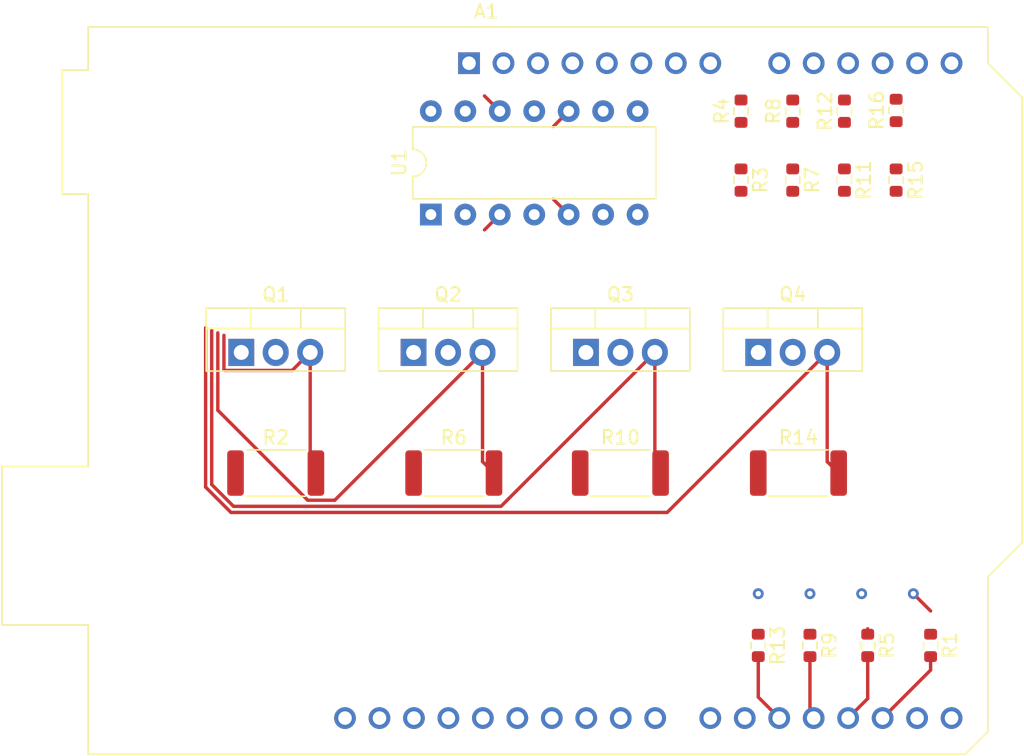
<source format=kicad_pcb>
(kicad_pcb (version 20171130) (host pcbnew "(5.1.10)-1")

  (general
    (thickness 1.6)
    (drawings 0)
    (tracks 42)
    (zones 0)
    (modules 22)
    (nets 23)
  )

  (page A4)
  (layers
    (0 F.Cu signal)
    (31 B.Cu signal)
    (32 B.Adhes user)
    (33 F.Adhes user)
    (34 B.Paste user)
    (35 F.Paste user)
    (36 B.SilkS user)
    (37 F.SilkS user)
    (38 B.Mask user)
    (39 F.Mask user)
    (40 Dwgs.User user)
    (41 Cmts.User user)
    (42 Eco1.User user)
    (43 Eco2.User user)
    (44 Edge.Cuts user)
    (45 Margin user)
    (46 B.CrtYd user)
    (47 F.CrtYd user)
    (48 B.Fab user)
    (49 F.Fab user)
  )

  (setup
    (last_trace_width 0.25)
    (trace_clearance 0.2)
    (zone_clearance 0.508)
    (zone_45_only no)
    (trace_min 0.2)
    (via_size 0.8)
    (via_drill 0.4)
    (via_min_size 0.4)
    (via_min_drill 0.3)
    (uvia_size 0.3)
    (uvia_drill 0.1)
    (uvias_allowed no)
    (uvia_min_size 0.2)
    (uvia_min_drill 0.1)
    (edge_width 0.05)
    (segment_width 0.2)
    (pcb_text_width 0.3)
    (pcb_text_size 1.5 1.5)
    (mod_edge_width 0.12)
    (mod_text_size 1 1)
    (mod_text_width 0.15)
    (pad_size 1.524 1.524)
    (pad_drill 0.762)
    (pad_to_mask_clearance 0)
    (aux_axis_origin 0 0)
    (visible_elements FFFFFF7F)
    (pcbplotparams
      (layerselection 0x010fc_ffffffff)
      (usegerberextensions false)
      (usegerberattributes true)
      (usegerberadvancedattributes true)
      (creategerberjobfile true)
      (excludeedgelayer true)
      (linewidth 0.100000)
      (plotframeref false)
      (viasonmask false)
      (mode 1)
      (useauxorigin false)
      (hpglpennumber 1)
      (hpglpenspeed 20)
      (hpglpendiameter 15.000000)
      (psnegative false)
      (psa4output false)
      (plotreference true)
      (plotvalue true)
      (plotinvisibletext false)
      (padsonsilk false)
      (subtractmaskfromsilk false)
      (outputformat 1)
      (mirror false)
      (drillshape 1)
      (scaleselection 1)
      (outputdirectory ""))
  )

  (net 0 "")
  (net 1 /PWM0)
  (net 2 /PWM1)
  (net 3 /PWM2)
  (net 4 +3V3)
  (net 5 /PWM3)
  (net 6 GND)
  (net 7 /A0)
  (net 8 /A1)
  (net 9 /A2)
  (net 10 /A3)
  (net 11 "Net-(Q1-Pad1)")
  (net 12 "Net-(Q1-Pad3)")
  (net 13 "Net-(Q2-Pad1)")
  (net 14 "Net-(Q2-Pad3)")
  (net 15 "Net-(Q3-Pad3)")
  (net 16 "Net-(Q3-Pad1)")
  (net 17 "Net-(Q4-Pad3)")
  (net 18 "Net-(Q4-Pad1)")
  (net 19 "Net-(R3-Pad1)")
  (net 20 "Net-(R7-Pad1)")
  (net 21 "Net-(R11-Pad1)")
  (net 22 "Net-(R15-Pad1)")

  (net_class Default "This is the default net class."
    (clearance 0.2)
    (trace_width 0.25)
    (via_dia 0.8)
    (via_drill 0.4)
    (uvia_dia 0.3)
    (uvia_drill 0.1)
    (add_net +3V3)
    (add_net /A0)
    (add_net /A1)
    (add_net /A2)
    (add_net /A3)
    (add_net /PWM0)
    (add_net /PWM1)
    (add_net /PWM2)
    (add_net /PWM3)
    (add_net GND)
    (add_net "Net-(Q1-Pad1)")
    (add_net "Net-(Q1-Pad3)")
    (add_net "Net-(Q2-Pad1)")
    (add_net "Net-(Q2-Pad3)")
    (add_net "Net-(Q3-Pad1)")
    (add_net "Net-(Q3-Pad3)")
    (add_net "Net-(Q4-Pad1)")
    (add_net "Net-(Q4-Pad3)")
    (add_net "Net-(R11-Pad1)")
    (add_net "Net-(R15-Pad1)")
    (add_net "Net-(R3-Pad1)")
    (add_net "Net-(R7-Pad1)")
  )

  (module Module:Arduino_UNO_R3 (layer F.Cu) (tedit 58AB60FC) (tstamp 61D36B59)
    (at 865.145001 113.305001)
    (descr "Arduino UNO R3, http://www.mouser.com/pdfdocs/Gravitech_Arduino_Nano3_0.pdf")
    (tags "Arduino UNO R3")
    (path /61D934F9)
    (fp_text reference A1 (at 1.27 -3.81 180) (layer F.SilkS)
      (effects (font (size 1 1) (thickness 0.15)))
    )
    (fp_text value Arduino_UNO_R3 (at 0 22.86) (layer F.Fab)
      (effects (font (size 1 1) (thickness 0.15)))
    )
    (fp_line (start -27.94 -2.54) (end 38.1 -2.54) (layer F.Fab) (width 0.1))
    (fp_line (start -27.94 50.8) (end -27.94 -2.54) (layer F.Fab) (width 0.1))
    (fp_line (start 36.58 50.8) (end -27.94 50.8) (layer F.Fab) (width 0.1))
    (fp_line (start 38.1 49.28) (end 36.58 50.8) (layer F.Fab) (width 0.1))
    (fp_line (start 38.1 0) (end 40.64 2.54) (layer F.Fab) (width 0.1))
    (fp_line (start 38.1 -2.54) (end 38.1 0) (layer F.Fab) (width 0.1))
    (fp_line (start 40.64 35.31) (end 38.1 37.85) (layer F.Fab) (width 0.1))
    (fp_line (start 40.64 2.54) (end 40.64 35.31) (layer F.Fab) (width 0.1))
    (fp_line (start 38.1 37.85) (end 38.1 49.28) (layer F.Fab) (width 0.1))
    (fp_line (start -29.84 9.53) (end -29.84 0.64) (layer F.Fab) (width 0.1))
    (fp_line (start -16.51 9.53) (end -29.84 9.53) (layer F.Fab) (width 0.1))
    (fp_line (start -16.51 0.64) (end -16.51 9.53) (layer F.Fab) (width 0.1))
    (fp_line (start -29.84 0.64) (end -16.51 0.64) (layer F.Fab) (width 0.1))
    (fp_line (start -34.29 41.27) (end -34.29 29.84) (layer F.Fab) (width 0.1))
    (fp_line (start -18.41 41.27) (end -34.29 41.27) (layer F.Fab) (width 0.1))
    (fp_line (start -18.41 29.84) (end -18.41 41.27) (layer F.Fab) (width 0.1))
    (fp_line (start -34.29 29.84) (end -18.41 29.84) (layer F.Fab) (width 0.1))
    (fp_line (start 38.23 37.85) (end 40.77 35.31) (layer F.SilkS) (width 0.12))
    (fp_line (start 38.23 49.28) (end 38.23 37.85) (layer F.SilkS) (width 0.12))
    (fp_line (start 36.58 50.93) (end 38.23 49.28) (layer F.SilkS) (width 0.12))
    (fp_line (start -28.07 50.93) (end 36.58 50.93) (layer F.SilkS) (width 0.12))
    (fp_line (start -28.07 41.4) (end -28.07 50.93) (layer F.SilkS) (width 0.12))
    (fp_line (start -34.42 41.4) (end -28.07 41.4) (layer F.SilkS) (width 0.12))
    (fp_line (start -34.42 29.72) (end -34.42 41.4) (layer F.SilkS) (width 0.12))
    (fp_line (start -28.07 29.72) (end -34.42 29.72) (layer F.SilkS) (width 0.12))
    (fp_line (start -28.07 9.65) (end -28.07 29.72) (layer F.SilkS) (width 0.12))
    (fp_line (start -29.97 9.65) (end -28.07 9.65) (layer F.SilkS) (width 0.12))
    (fp_line (start -29.97 0.51) (end -29.97 9.65) (layer F.SilkS) (width 0.12))
    (fp_line (start -28.07 0.51) (end -29.97 0.51) (layer F.SilkS) (width 0.12))
    (fp_line (start -28.07 -2.67) (end -28.07 0.51) (layer F.SilkS) (width 0.12))
    (fp_line (start 38.23 -2.67) (end -28.07 -2.67) (layer F.SilkS) (width 0.12))
    (fp_line (start 38.23 0) (end 38.23 -2.67) (layer F.SilkS) (width 0.12))
    (fp_line (start 40.77 2.54) (end 38.23 0) (layer F.SilkS) (width 0.12))
    (fp_line (start 40.77 35.31) (end 40.77 2.54) (layer F.SilkS) (width 0.12))
    (fp_line (start -28.19 -2.79) (end 38.35 -2.79) (layer F.CrtYd) (width 0.05))
    (fp_line (start -28.19 0.38) (end -28.19 -2.79) (layer F.CrtYd) (width 0.05))
    (fp_line (start -30.1 0.38) (end -28.19 0.38) (layer F.CrtYd) (width 0.05))
    (fp_line (start -30.1 9.78) (end -30.1 0.38) (layer F.CrtYd) (width 0.05))
    (fp_line (start -28.19 9.78) (end -30.1 9.78) (layer F.CrtYd) (width 0.05))
    (fp_line (start -28.19 29.59) (end -28.19 9.78) (layer F.CrtYd) (width 0.05))
    (fp_line (start -34.54 29.59) (end -28.19 29.59) (layer F.CrtYd) (width 0.05))
    (fp_line (start -34.54 41.53) (end -34.54 29.59) (layer F.CrtYd) (width 0.05))
    (fp_line (start -28.19 41.53) (end -34.54 41.53) (layer F.CrtYd) (width 0.05))
    (fp_line (start -28.19 51.05) (end -28.19 41.53) (layer F.CrtYd) (width 0.05))
    (fp_line (start 36.58 51.05) (end -28.19 51.05) (layer F.CrtYd) (width 0.05))
    (fp_line (start 38.35 49.28) (end 36.58 51.05) (layer F.CrtYd) (width 0.05))
    (fp_line (start 38.35 37.85) (end 38.35 49.28) (layer F.CrtYd) (width 0.05))
    (fp_line (start 40.89 35.31) (end 38.35 37.85) (layer F.CrtYd) (width 0.05))
    (fp_line (start 40.89 2.54) (end 40.89 35.31) (layer F.CrtYd) (width 0.05))
    (fp_line (start 38.35 0) (end 40.89 2.54) (layer F.CrtYd) (width 0.05))
    (fp_line (start 38.35 -2.79) (end 38.35 0) (layer F.CrtYd) (width 0.05))
    (fp_text user %R (at 0 20.32 180) (layer F.Fab)
      (effects (font (size 1 1) (thickness 0.15)))
    )
    (pad 32 thru_hole oval (at -9.14 48.26 90) (size 1.6 1.6) (drill 1) (layers *.Cu *.Mask))
    (pad 31 thru_hole oval (at -6.6 48.26 90) (size 1.6 1.6) (drill 1) (layers *.Cu *.Mask))
    (pad 1 thru_hole rect (at 0 0 90) (size 1.6 1.6) (drill 1) (layers *.Cu *.Mask))
    (pad 17 thru_hole oval (at 30.48 48.26 90) (size 1.6 1.6) (drill 1) (layers *.Cu *.Mask)
      (net 1 /PWM0))
    (pad 2 thru_hole oval (at 2.54 0 90) (size 1.6 1.6) (drill 1) (layers *.Cu *.Mask))
    (pad 18 thru_hole oval (at 27.94 48.26 90) (size 1.6 1.6) (drill 1) (layers *.Cu *.Mask)
      (net 2 /PWM1))
    (pad 3 thru_hole oval (at 5.08 0 90) (size 1.6 1.6) (drill 1) (layers *.Cu *.Mask))
    (pad 19 thru_hole oval (at 25.4 48.26 90) (size 1.6 1.6) (drill 1) (layers *.Cu *.Mask)
      (net 3 /PWM2))
    (pad 4 thru_hole oval (at 7.62 0 90) (size 1.6 1.6) (drill 1) (layers *.Cu *.Mask)
      (net 4 +3V3))
    (pad 20 thru_hole oval (at 22.86 48.26 90) (size 1.6 1.6) (drill 1) (layers *.Cu *.Mask)
      (net 5 /PWM3))
    (pad 5 thru_hole oval (at 10.16 0 90) (size 1.6 1.6) (drill 1) (layers *.Cu *.Mask))
    (pad 21 thru_hole oval (at 20.32 48.26 90) (size 1.6 1.6) (drill 1) (layers *.Cu *.Mask))
    (pad 6 thru_hole oval (at 12.7 0 90) (size 1.6 1.6) (drill 1) (layers *.Cu *.Mask)
      (net 6 GND))
    (pad 22 thru_hole oval (at 17.78 48.26 90) (size 1.6 1.6) (drill 1) (layers *.Cu *.Mask))
    (pad 7 thru_hole oval (at 15.24 0 90) (size 1.6 1.6) (drill 1) (layers *.Cu *.Mask)
      (net 6 GND))
    (pad 23 thru_hole oval (at 13.72 48.26 90) (size 1.6 1.6) (drill 1) (layers *.Cu *.Mask))
    (pad 8 thru_hole oval (at 17.78 0 90) (size 1.6 1.6) (drill 1) (layers *.Cu *.Mask))
    (pad 24 thru_hole oval (at 11.18 48.26 90) (size 1.6 1.6) (drill 1) (layers *.Cu *.Mask))
    (pad 9 thru_hole oval (at 22.86 0 90) (size 1.6 1.6) (drill 1) (layers *.Cu *.Mask)
      (net 7 /A0))
    (pad 25 thru_hole oval (at 8.64 48.26 90) (size 1.6 1.6) (drill 1) (layers *.Cu *.Mask))
    (pad 10 thru_hole oval (at 25.4 0 90) (size 1.6 1.6) (drill 1) (layers *.Cu *.Mask)
      (net 8 /A1))
    (pad 26 thru_hole oval (at 6.1 48.26 90) (size 1.6 1.6) (drill 1) (layers *.Cu *.Mask))
    (pad 11 thru_hole oval (at 27.94 0 90) (size 1.6 1.6) (drill 1) (layers *.Cu *.Mask)
      (net 9 /A2))
    (pad 27 thru_hole oval (at 3.56 48.26 90) (size 1.6 1.6) (drill 1) (layers *.Cu *.Mask))
    (pad 12 thru_hole oval (at 30.48 0 90) (size 1.6 1.6) (drill 1) (layers *.Cu *.Mask)
      (net 10 /A3))
    (pad 28 thru_hole oval (at 1.02 48.26 90) (size 1.6 1.6) (drill 1) (layers *.Cu *.Mask))
    (pad 13 thru_hole oval (at 33.02 0 90) (size 1.6 1.6) (drill 1) (layers *.Cu *.Mask))
    (pad 29 thru_hole oval (at -1.52 48.26 90) (size 1.6 1.6) (drill 1) (layers *.Cu *.Mask)
      (net 6 GND))
    (pad 14 thru_hole oval (at 35.56 0 90) (size 1.6 1.6) (drill 1) (layers *.Cu *.Mask))
    (pad 30 thru_hole oval (at -4.06 48.26 90) (size 1.6 1.6) (drill 1) (layers *.Cu *.Mask))
    (pad 15 thru_hole oval (at 35.56 48.26 90) (size 1.6 1.6) (drill 1) (layers *.Cu *.Mask))
    (pad 16 thru_hole oval (at 33.02 48.26 90) (size 1.6 1.6) (drill 1) (layers *.Cu *.Mask))
    (model ${KISYS3DMOD}/Module.3dshapes/Arduino_UNO_R3.wrl
      (at (xyz 0 0 0))
      (scale (xyz 1 1 1))
      (rotate (xyz 0 0 0))
    )
  )

  (module Package_TO_SOT_THT:TO-220-3_Vertical (layer F.Cu) (tedit 5AC8BA0D) (tstamp 61D36BA7)
    (at 873.76 134.62)
    (descr "TO-220-3, Vertical, RM 2.54mm, see https://www.vishay.com/docs/66542/to-220-1.pdf")
    (tags "TO-220-3 Vertical RM 2.54mm")
    (path /61D649EF)
    (fp_text reference Q3 (at 2.54 -4.27) (layer F.SilkS)
      (effects (font (size 1 1) (thickness 0.15)))
    )
    (fp_text value IRLZ34N (at 2.54 2.5) (layer F.Fab)
      (effects (font (size 1 1) (thickness 0.15)))
    )
    (fp_text user %R (at 2.54 -4.27) (layer F.Fab)
      (effects (font (size 1 1) (thickness 0.15)))
    )
    (fp_line (start -2.46 -3.15) (end -2.46 1.25) (layer F.Fab) (width 0.1))
    (fp_line (start -2.46 1.25) (end 7.54 1.25) (layer F.Fab) (width 0.1))
    (fp_line (start 7.54 1.25) (end 7.54 -3.15) (layer F.Fab) (width 0.1))
    (fp_line (start 7.54 -3.15) (end -2.46 -3.15) (layer F.Fab) (width 0.1))
    (fp_line (start -2.46 -1.88) (end 7.54 -1.88) (layer F.Fab) (width 0.1))
    (fp_line (start 0.69 -3.15) (end 0.69 -1.88) (layer F.Fab) (width 0.1))
    (fp_line (start 4.39 -3.15) (end 4.39 -1.88) (layer F.Fab) (width 0.1))
    (fp_line (start -2.58 -3.27) (end 7.66 -3.27) (layer F.SilkS) (width 0.12))
    (fp_line (start -2.58 1.371) (end 7.66 1.371) (layer F.SilkS) (width 0.12))
    (fp_line (start -2.58 -3.27) (end -2.58 1.371) (layer F.SilkS) (width 0.12))
    (fp_line (start 7.66 -3.27) (end 7.66 1.371) (layer F.SilkS) (width 0.12))
    (fp_line (start -2.58 -1.76) (end 7.66 -1.76) (layer F.SilkS) (width 0.12))
    (fp_line (start 0.69 -3.27) (end 0.69 -1.76) (layer F.SilkS) (width 0.12))
    (fp_line (start 4.391 -3.27) (end 4.391 -1.76) (layer F.SilkS) (width 0.12))
    (fp_line (start -2.71 -3.4) (end -2.71 1.51) (layer F.CrtYd) (width 0.05))
    (fp_line (start -2.71 1.51) (end 7.79 1.51) (layer F.CrtYd) (width 0.05))
    (fp_line (start 7.79 1.51) (end 7.79 -3.4) (layer F.CrtYd) (width 0.05))
    (fp_line (start 7.79 -3.4) (end -2.71 -3.4) (layer F.CrtYd) (width 0.05))
    (pad 3 thru_hole oval (at 5.08 0) (size 1.905 2) (drill 1.1) (layers *.Cu *.Mask)
      (net 15 "Net-(Q3-Pad3)"))
    (pad 2 thru_hole oval (at 2.54 0) (size 1.905 2) (drill 1.1) (layers *.Cu *.Mask))
    (pad 1 thru_hole rect (at 0 0) (size 1.905 2) (drill 1.1) (layers *.Cu *.Mask)
      (net 16 "Net-(Q3-Pad1)"))
    (model ${KISYS3DMOD}/Package_TO_SOT_THT.3dshapes/TO-220-3_Vertical.wrl
      (at (xyz 0 0 0))
      (scale (xyz 1 1 1))
      (rotate (xyz 0 0 0))
    )
  )

  (module Package_TO_SOT_THT:TO-220-3_Vertical (layer F.Cu) (tedit 5AC8BA0D) (tstamp 61D36BC1)
    (at 886.46 134.62)
    (descr "TO-220-3, Vertical, RM 2.54mm, see https://www.vishay.com/docs/66542/to-220-1.pdf")
    (tags "TO-220-3 Vertical RM 2.54mm")
    (path /61D7093E)
    (fp_text reference Q4 (at 2.54 -4.27) (layer F.SilkS)
      (effects (font (size 1 1) (thickness 0.15)))
    )
    (fp_text value IRLZ34N (at 2.54 2.5) (layer F.Fab)
      (effects (font (size 1 1) (thickness 0.15)))
    )
    (fp_text user %R (at 2.54 -4.27) (layer F.Fab)
      (effects (font (size 1 1) (thickness 0.15)))
    )
    (fp_line (start -2.46 -3.15) (end -2.46 1.25) (layer F.Fab) (width 0.1))
    (fp_line (start -2.46 1.25) (end 7.54 1.25) (layer F.Fab) (width 0.1))
    (fp_line (start 7.54 1.25) (end 7.54 -3.15) (layer F.Fab) (width 0.1))
    (fp_line (start 7.54 -3.15) (end -2.46 -3.15) (layer F.Fab) (width 0.1))
    (fp_line (start -2.46 -1.88) (end 7.54 -1.88) (layer F.Fab) (width 0.1))
    (fp_line (start 0.69 -3.15) (end 0.69 -1.88) (layer F.Fab) (width 0.1))
    (fp_line (start 4.39 -3.15) (end 4.39 -1.88) (layer F.Fab) (width 0.1))
    (fp_line (start -2.58 -3.27) (end 7.66 -3.27) (layer F.SilkS) (width 0.12))
    (fp_line (start -2.58 1.371) (end 7.66 1.371) (layer F.SilkS) (width 0.12))
    (fp_line (start -2.58 -3.27) (end -2.58 1.371) (layer F.SilkS) (width 0.12))
    (fp_line (start 7.66 -3.27) (end 7.66 1.371) (layer F.SilkS) (width 0.12))
    (fp_line (start -2.58 -1.76) (end 7.66 -1.76) (layer F.SilkS) (width 0.12))
    (fp_line (start 0.69 -3.27) (end 0.69 -1.76) (layer F.SilkS) (width 0.12))
    (fp_line (start 4.391 -3.27) (end 4.391 -1.76) (layer F.SilkS) (width 0.12))
    (fp_line (start -2.71 -3.4) (end -2.71 1.51) (layer F.CrtYd) (width 0.05))
    (fp_line (start -2.71 1.51) (end 7.79 1.51) (layer F.CrtYd) (width 0.05))
    (fp_line (start 7.79 1.51) (end 7.79 -3.4) (layer F.CrtYd) (width 0.05))
    (fp_line (start 7.79 -3.4) (end -2.71 -3.4) (layer F.CrtYd) (width 0.05))
    (pad 3 thru_hole oval (at 5.08 0) (size 1.905 2) (drill 1.1) (layers *.Cu *.Mask)
      (net 17 "Net-(Q4-Pad3)"))
    (pad 2 thru_hole oval (at 2.54 0) (size 1.905 2) (drill 1.1) (layers *.Cu *.Mask))
    (pad 1 thru_hole rect (at 0 0) (size 1.905 2) (drill 1.1) (layers *.Cu *.Mask)
      (net 18 "Net-(Q4-Pad1)"))
    (model ${KISYS3DMOD}/Package_TO_SOT_THT.3dshapes/TO-220-3_Vertical.wrl
      (at (xyz 0 0 0))
      (scale (xyz 1 1 1))
      (rotate (xyz 0 0 0))
    )
  )

  (module Package_TO_SOT_THT:TO-220-3_Vertical (layer F.Cu) (tedit 5AC8BA0D) (tstamp 61D36B8D)
    (at 861.06 134.62)
    (descr "TO-220-3, Vertical, RM 2.54mm, see https://www.vishay.com/docs/66542/to-220-1.pdf")
    (tags "TO-220-3 Vertical RM 2.54mm")
    (path /61D5E81F)
    (fp_text reference Q2 (at 2.54 -4.27) (layer F.SilkS)
      (effects (font (size 1 1) (thickness 0.15)))
    )
    (fp_text value IRLZ34N (at 2.54 2.5) (layer F.Fab)
      (effects (font (size 1 1) (thickness 0.15)))
    )
    (fp_line (start 7.79 -3.4) (end -2.71 -3.4) (layer F.CrtYd) (width 0.05))
    (fp_line (start 7.79 1.51) (end 7.79 -3.4) (layer F.CrtYd) (width 0.05))
    (fp_line (start -2.71 1.51) (end 7.79 1.51) (layer F.CrtYd) (width 0.05))
    (fp_line (start -2.71 -3.4) (end -2.71 1.51) (layer F.CrtYd) (width 0.05))
    (fp_line (start 4.391 -3.27) (end 4.391 -1.76) (layer F.SilkS) (width 0.12))
    (fp_line (start 0.69 -3.27) (end 0.69 -1.76) (layer F.SilkS) (width 0.12))
    (fp_line (start -2.58 -1.76) (end 7.66 -1.76) (layer F.SilkS) (width 0.12))
    (fp_line (start 7.66 -3.27) (end 7.66 1.371) (layer F.SilkS) (width 0.12))
    (fp_line (start -2.58 -3.27) (end -2.58 1.371) (layer F.SilkS) (width 0.12))
    (fp_line (start -2.58 1.371) (end 7.66 1.371) (layer F.SilkS) (width 0.12))
    (fp_line (start -2.58 -3.27) (end 7.66 -3.27) (layer F.SilkS) (width 0.12))
    (fp_line (start 4.39 -3.15) (end 4.39 -1.88) (layer F.Fab) (width 0.1))
    (fp_line (start 0.69 -3.15) (end 0.69 -1.88) (layer F.Fab) (width 0.1))
    (fp_line (start -2.46 -1.88) (end 7.54 -1.88) (layer F.Fab) (width 0.1))
    (fp_line (start 7.54 -3.15) (end -2.46 -3.15) (layer F.Fab) (width 0.1))
    (fp_line (start 7.54 1.25) (end 7.54 -3.15) (layer F.Fab) (width 0.1))
    (fp_line (start -2.46 1.25) (end 7.54 1.25) (layer F.Fab) (width 0.1))
    (fp_line (start -2.46 -3.15) (end -2.46 1.25) (layer F.Fab) (width 0.1))
    (fp_text user %R (at 2.54 -4.27) (layer F.Fab)
      (effects (font (size 1 1) (thickness 0.15)))
    )
    (pad 1 thru_hole rect (at 0 0) (size 1.905 2) (drill 1.1) (layers *.Cu *.Mask)
      (net 13 "Net-(Q2-Pad1)"))
    (pad 2 thru_hole oval (at 2.54 0) (size 1.905 2) (drill 1.1) (layers *.Cu *.Mask))
    (pad 3 thru_hole oval (at 5.08 0) (size 1.905 2) (drill 1.1) (layers *.Cu *.Mask)
      (net 14 "Net-(Q2-Pad3)"))
    (model ${KISYS3DMOD}/Package_TO_SOT_THT.3dshapes/TO-220-3_Vertical.wrl
      (at (xyz 0 0 0))
      (scale (xyz 1 1 1))
      (rotate (xyz 0 0 0))
    )
  )

  (module Package_TO_SOT_THT:TO-220-3_Vertical (layer F.Cu) (tedit 5AC8BA0D) (tstamp 61D36B73)
    (at 848.36 134.62)
    (descr "TO-220-3, Vertical, RM 2.54mm, see https://www.vishay.com/docs/66542/to-220-1.pdf")
    (tags "TO-220-3 Vertical RM 2.54mm")
    (path /61D1AA3C)
    (fp_text reference Q1 (at 2.54 -4.27) (layer F.SilkS)
      (effects (font (size 1 1) (thickness 0.15)))
    )
    (fp_text value IRLZ34N (at 2.54 2.5) (layer F.Fab)
      (effects (font (size 1 1) (thickness 0.15)))
    )
    (fp_line (start 7.79 -3.4) (end -2.71 -3.4) (layer F.CrtYd) (width 0.05))
    (fp_line (start 7.79 1.51) (end 7.79 -3.4) (layer F.CrtYd) (width 0.05))
    (fp_line (start -2.71 1.51) (end 7.79 1.51) (layer F.CrtYd) (width 0.05))
    (fp_line (start -2.71 -3.4) (end -2.71 1.51) (layer F.CrtYd) (width 0.05))
    (fp_line (start 4.391 -3.27) (end 4.391 -1.76) (layer F.SilkS) (width 0.12))
    (fp_line (start 0.69 -3.27) (end 0.69 -1.76) (layer F.SilkS) (width 0.12))
    (fp_line (start -2.58 -1.76) (end 7.66 -1.76) (layer F.SilkS) (width 0.12))
    (fp_line (start 7.66 -3.27) (end 7.66 1.371) (layer F.SilkS) (width 0.12))
    (fp_line (start -2.58 -3.27) (end -2.58 1.371) (layer F.SilkS) (width 0.12))
    (fp_line (start -2.58 1.371) (end 7.66 1.371) (layer F.SilkS) (width 0.12))
    (fp_line (start -2.58 -3.27) (end 7.66 -3.27) (layer F.SilkS) (width 0.12))
    (fp_line (start 4.39 -3.15) (end 4.39 -1.88) (layer F.Fab) (width 0.1))
    (fp_line (start 0.69 -3.15) (end 0.69 -1.88) (layer F.Fab) (width 0.1))
    (fp_line (start -2.46 -1.88) (end 7.54 -1.88) (layer F.Fab) (width 0.1))
    (fp_line (start 7.54 -3.15) (end -2.46 -3.15) (layer F.Fab) (width 0.1))
    (fp_line (start 7.54 1.25) (end 7.54 -3.15) (layer F.Fab) (width 0.1))
    (fp_line (start -2.46 1.25) (end 7.54 1.25) (layer F.Fab) (width 0.1))
    (fp_line (start -2.46 -3.15) (end -2.46 1.25) (layer F.Fab) (width 0.1))
    (fp_text user %R (at 2.54 -4.27) (layer F.Fab)
      (effects (font (size 1 1) (thickness 0.15)))
    )
    (pad 1 thru_hole rect (at 0 0) (size 1.905 2) (drill 1.1) (layers *.Cu *.Mask)
      (net 11 "Net-(Q1-Pad1)"))
    (pad 2 thru_hole oval (at 2.54 0) (size 1.905 2) (drill 1.1) (layers *.Cu *.Mask))
    (pad 3 thru_hole oval (at 5.08 0) (size 1.905 2) (drill 1.1) (layers *.Cu *.Mask)
      (net 12 "Net-(Q1-Pad3)"))
    (model ${KISYS3DMOD}/Package_TO_SOT_THT.3dshapes/TO-220-3_Vertical.wrl
      (at (xyz 0 0 0))
      (scale (xyz 1 1 1))
      (rotate (xyz 0 0 0))
    )
  )

  (module Resistor_SMD:R_0603_1608Metric (layer F.Cu) (tedit 5F68FEEE) (tstamp 61D36BD2)
    (at 899.16 156.21 270)
    (descr "Resistor SMD 0603 (1608 Metric), square (rectangular) end terminal, IPC_7351 nominal, (Body size source: IPC-SM-782 page 72, https://www.pcb-3d.com/wordpress/wp-content/uploads/ipc-sm-782a_amendment_1_and_2.pdf), generated with kicad-footprint-generator")
    (tags resistor)
    (path /61D1C755)
    (attr smd)
    (fp_text reference R1 (at 0 -1.43 90) (layer F.SilkS)
      (effects (font (size 1 1) (thickness 0.15)))
    )
    (fp_text value 100 (at 0 1.43 90) (layer F.Fab)
      (effects (font (size 1 1) (thickness 0.15)))
    )
    (fp_text user %R (at 0 0 90) (layer F.Fab)
      (effects (font (size 0.4 0.4) (thickness 0.06)))
    )
    (fp_line (start -0.8 0.4125) (end -0.8 -0.4125) (layer F.Fab) (width 0.1))
    (fp_line (start -0.8 -0.4125) (end 0.8 -0.4125) (layer F.Fab) (width 0.1))
    (fp_line (start 0.8 -0.4125) (end 0.8 0.4125) (layer F.Fab) (width 0.1))
    (fp_line (start 0.8 0.4125) (end -0.8 0.4125) (layer F.Fab) (width 0.1))
    (fp_line (start -0.237258 -0.5225) (end 0.237258 -0.5225) (layer F.SilkS) (width 0.12))
    (fp_line (start -0.237258 0.5225) (end 0.237258 0.5225) (layer F.SilkS) (width 0.12))
    (fp_line (start -1.48 0.73) (end -1.48 -0.73) (layer F.CrtYd) (width 0.05))
    (fp_line (start -1.48 -0.73) (end 1.48 -0.73) (layer F.CrtYd) (width 0.05))
    (fp_line (start 1.48 -0.73) (end 1.48 0.73) (layer F.CrtYd) (width 0.05))
    (fp_line (start 1.48 0.73) (end -1.48 0.73) (layer F.CrtYd) (width 0.05))
    (pad 2 smd roundrect (at 0.825 0 270) (size 0.8 0.95) (layers F.Cu F.Paste F.Mask) (roundrect_rratio 0.25)
      (net 1 /PWM0))
    (pad 1 smd roundrect (at -0.825 0 270) (size 0.8 0.95) (layers F.Cu F.Paste F.Mask) (roundrect_rratio 0.25)
      (net 11 "Net-(Q1-Pad1)"))
    (model ${KISYS3DMOD}/Resistor_SMD.3dshapes/R_0603_1608Metric.wrl
      (at (xyz 0 0 0))
      (scale (xyz 1 1 1))
      (rotate (xyz 0 0 0))
    )
  )

  (module Resistor_SMD:R_2512_6332Metric (layer F.Cu) (tedit 5F68FEEE) (tstamp 61D36BE3)
    (at 850.9 143.51)
    (descr "Resistor SMD 2512 (6332 Metric), square (rectangular) end terminal, IPC_7351 nominal, (Body size source: IPC-SM-782 page 72, https://www.pcb-3d.com/wordpress/wp-content/uploads/ipc-sm-782a_amendment_1_and_2.pdf), generated with kicad-footprint-generator")
    (tags resistor)
    (path /61D1CF22)
    (attr smd)
    (fp_text reference R2 (at 0 -2.62) (layer F.SilkS)
      (effects (font (size 1 1) (thickness 0.15)))
    )
    (fp_text value 0R01 (at 0 2.62) (layer F.Fab)
      (effects (font (size 1 1) (thickness 0.15)))
    )
    (fp_text user %R (at 0 0) (layer F.Fab)
      (effects (font (size 1 1) (thickness 0.15)))
    )
    (fp_line (start -3.15 1.6) (end -3.15 -1.6) (layer F.Fab) (width 0.1))
    (fp_line (start -3.15 -1.6) (end 3.15 -1.6) (layer F.Fab) (width 0.1))
    (fp_line (start 3.15 -1.6) (end 3.15 1.6) (layer F.Fab) (width 0.1))
    (fp_line (start 3.15 1.6) (end -3.15 1.6) (layer F.Fab) (width 0.1))
    (fp_line (start -2.177064 -1.71) (end 2.177064 -1.71) (layer F.SilkS) (width 0.12))
    (fp_line (start -2.177064 1.71) (end 2.177064 1.71) (layer F.SilkS) (width 0.12))
    (fp_line (start -3.82 1.92) (end -3.82 -1.92) (layer F.CrtYd) (width 0.05))
    (fp_line (start -3.82 -1.92) (end 3.82 -1.92) (layer F.CrtYd) (width 0.05))
    (fp_line (start 3.82 -1.92) (end 3.82 1.92) (layer F.CrtYd) (width 0.05))
    (fp_line (start 3.82 1.92) (end -3.82 1.92) (layer F.CrtYd) (width 0.05))
    (pad 2 smd roundrect (at 2.9625 0) (size 1.225 3.35) (layers F.Cu F.Paste F.Mask) (roundrect_rratio 0.204082)
      (net 12 "Net-(Q1-Pad3)"))
    (pad 1 smd roundrect (at -2.9625 0) (size 1.225 3.35) (layers F.Cu F.Paste F.Mask) (roundrect_rratio 0.204082)
      (net 6 GND))
    (model ${KISYS3DMOD}/Resistor_SMD.3dshapes/R_2512_6332Metric.wrl
      (at (xyz 0 0 0))
      (scale (xyz 1 1 1))
      (rotate (xyz 0 0 0))
    )
  )

  (module Resistor_SMD:R_0603_1608Metric (layer F.Cu) (tedit 5F68FEEE) (tstamp 61D36BF4)
    (at 885.19 121.92 270)
    (descr "Resistor SMD 0603 (1608 Metric), square (rectangular) end terminal, IPC_7351 nominal, (Body size source: IPC-SM-782 page 72, https://www.pcb-3d.com/wordpress/wp-content/uploads/ipc-sm-782a_amendment_1_and_2.pdf), generated with kicad-footprint-generator")
    (tags resistor)
    (path /61D17F61)
    (attr smd)
    (fp_text reference R3 (at 0 -1.43 90) (layer F.SilkS)
      (effects (font (size 1 1) (thickness 0.15)))
    )
    (fp_text value 1.2K (at 0 1.43 90) (layer F.Fab)
      (effects (font (size 1 1) (thickness 0.15)))
    )
    (fp_line (start 1.48 0.73) (end -1.48 0.73) (layer F.CrtYd) (width 0.05))
    (fp_line (start 1.48 -0.73) (end 1.48 0.73) (layer F.CrtYd) (width 0.05))
    (fp_line (start -1.48 -0.73) (end 1.48 -0.73) (layer F.CrtYd) (width 0.05))
    (fp_line (start -1.48 0.73) (end -1.48 -0.73) (layer F.CrtYd) (width 0.05))
    (fp_line (start -0.237258 0.5225) (end 0.237258 0.5225) (layer F.SilkS) (width 0.12))
    (fp_line (start -0.237258 -0.5225) (end 0.237258 -0.5225) (layer F.SilkS) (width 0.12))
    (fp_line (start 0.8 0.4125) (end -0.8 0.4125) (layer F.Fab) (width 0.1))
    (fp_line (start 0.8 -0.4125) (end 0.8 0.4125) (layer F.Fab) (width 0.1))
    (fp_line (start -0.8 -0.4125) (end 0.8 -0.4125) (layer F.Fab) (width 0.1))
    (fp_line (start -0.8 0.4125) (end -0.8 -0.4125) (layer F.Fab) (width 0.1))
    (fp_text user %R (at 0 0 90) (layer F.Fab)
      (effects (font (size 0.4 0.4) (thickness 0.06)))
    )
    (pad 1 smd roundrect (at -0.825 0 270) (size 0.8 0.95) (layers F.Cu F.Paste F.Mask) (roundrect_rratio 0.25)
      (net 19 "Net-(R3-Pad1)"))
    (pad 2 smd roundrect (at 0.825 0 270) (size 0.8 0.95) (layers F.Cu F.Paste F.Mask) (roundrect_rratio 0.25)
      (net 6 GND))
    (model ${KISYS3DMOD}/Resistor_SMD.3dshapes/R_0603_1608Metric.wrl
      (at (xyz 0 0 0))
      (scale (xyz 1 1 1))
      (rotate (xyz 0 0 0))
    )
  )

  (module Resistor_SMD:R_0603_1608Metric (layer F.Cu) (tedit 5F68FEEE) (tstamp 61D36C05)
    (at 885.19 116.84 90)
    (descr "Resistor SMD 0603 (1608 Metric), square (rectangular) end terminal, IPC_7351 nominal, (Body size source: IPC-SM-782 page 72, https://www.pcb-3d.com/wordpress/wp-content/uploads/ipc-sm-782a_amendment_1_and_2.pdf), generated with kicad-footprint-generator")
    (tags resistor)
    (path /61D15FB6)
    (attr smd)
    (fp_text reference R4 (at 0 -1.43 90) (layer F.SilkS)
      (effects (font (size 1 1) (thickness 0.15)))
    )
    (fp_text value 10K (at 0 1.43 90) (layer F.Fab)
      (effects (font (size 1 1) (thickness 0.15)))
    )
    (fp_line (start 1.48 0.73) (end -1.48 0.73) (layer F.CrtYd) (width 0.05))
    (fp_line (start 1.48 -0.73) (end 1.48 0.73) (layer F.CrtYd) (width 0.05))
    (fp_line (start -1.48 -0.73) (end 1.48 -0.73) (layer F.CrtYd) (width 0.05))
    (fp_line (start -1.48 0.73) (end -1.48 -0.73) (layer F.CrtYd) (width 0.05))
    (fp_line (start -0.237258 0.5225) (end 0.237258 0.5225) (layer F.SilkS) (width 0.12))
    (fp_line (start -0.237258 -0.5225) (end 0.237258 -0.5225) (layer F.SilkS) (width 0.12))
    (fp_line (start 0.8 0.4125) (end -0.8 0.4125) (layer F.Fab) (width 0.1))
    (fp_line (start 0.8 -0.4125) (end 0.8 0.4125) (layer F.Fab) (width 0.1))
    (fp_line (start -0.8 -0.4125) (end 0.8 -0.4125) (layer F.Fab) (width 0.1))
    (fp_line (start -0.8 0.4125) (end -0.8 -0.4125) (layer F.Fab) (width 0.1))
    (fp_text user %R (at 0 0 90) (layer F.Fab)
      (effects (font (size 0.4 0.4) (thickness 0.06)))
    )
    (pad 1 smd roundrect (at -0.825 0 90) (size 0.8 0.95) (layers F.Cu F.Paste F.Mask) (roundrect_rratio 0.25)
      (net 19 "Net-(R3-Pad1)"))
    (pad 2 smd roundrect (at 0.825 0 90) (size 0.8 0.95) (layers F.Cu F.Paste F.Mask) (roundrect_rratio 0.25)
      (net 7 /A0))
    (model ${KISYS3DMOD}/Resistor_SMD.3dshapes/R_0603_1608Metric.wrl
      (at (xyz 0 0 0))
      (scale (xyz 1 1 1))
      (rotate (xyz 0 0 0))
    )
  )

  (module Resistor_SMD:R_0603_1608Metric (layer F.Cu) (tedit 5F68FEEE) (tstamp 61D36C16)
    (at 894.525 156.21 270)
    (descr "Resistor SMD 0603 (1608 Metric), square (rectangular) end terminal, IPC_7351 nominal, (Body size source: IPC-SM-782 page 72, https://www.pcb-3d.com/wordpress/wp-content/uploads/ipc-sm-782a_amendment_1_and_2.pdf), generated with kicad-footprint-generator")
    (tags resistor)
    (path /61D5E80E)
    (attr smd)
    (fp_text reference R5 (at 0 -1.43 90) (layer F.SilkS)
      (effects (font (size 1 1) (thickness 0.15)))
    )
    (fp_text value 100 (at 0 1.43 90) (layer F.Fab)
      (effects (font (size 1 1) (thickness 0.15)))
    )
    (fp_line (start 1.48 0.73) (end -1.48 0.73) (layer F.CrtYd) (width 0.05))
    (fp_line (start 1.48 -0.73) (end 1.48 0.73) (layer F.CrtYd) (width 0.05))
    (fp_line (start -1.48 -0.73) (end 1.48 -0.73) (layer F.CrtYd) (width 0.05))
    (fp_line (start -1.48 0.73) (end -1.48 -0.73) (layer F.CrtYd) (width 0.05))
    (fp_line (start -0.237258 0.5225) (end 0.237258 0.5225) (layer F.SilkS) (width 0.12))
    (fp_line (start -0.237258 -0.5225) (end 0.237258 -0.5225) (layer F.SilkS) (width 0.12))
    (fp_line (start 0.8 0.4125) (end -0.8 0.4125) (layer F.Fab) (width 0.1))
    (fp_line (start 0.8 -0.4125) (end 0.8 0.4125) (layer F.Fab) (width 0.1))
    (fp_line (start -0.8 -0.4125) (end 0.8 -0.4125) (layer F.Fab) (width 0.1))
    (fp_line (start -0.8 0.4125) (end -0.8 -0.4125) (layer F.Fab) (width 0.1))
    (fp_text user %R (at 0 0 90) (layer F.Fab)
      (effects (font (size 0.4 0.4) (thickness 0.06)))
    )
    (pad 1 smd roundrect (at -0.825 0 270) (size 0.8 0.95) (layers F.Cu F.Paste F.Mask) (roundrect_rratio 0.25)
      (net 13 "Net-(Q2-Pad1)"))
    (pad 2 smd roundrect (at 0.825 0 270) (size 0.8 0.95) (layers F.Cu F.Paste F.Mask) (roundrect_rratio 0.25)
      (net 2 /PWM1))
    (model ${KISYS3DMOD}/Resistor_SMD.3dshapes/R_0603_1608Metric.wrl
      (at (xyz 0 0 0))
      (scale (xyz 1 1 1))
      (rotate (xyz 0 0 0))
    )
  )

  (module Resistor_SMD:R_2512_6332Metric (layer F.Cu) (tedit 5F68FEEE) (tstamp 61D36C27)
    (at 864.0225 143.51)
    (descr "Resistor SMD 2512 (6332 Metric), square (rectangular) end terminal, IPC_7351 nominal, (Body size source: IPC-SM-782 page 72, https://www.pcb-3d.com/wordpress/wp-content/uploads/ipc-sm-782a_amendment_1_and_2.pdf), generated with kicad-footprint-generator")
    (tags resistor)
    (path /61D5E814)
    (attr smd)
    (fp_text reference R6 (at 0 -2.62) (layer F.SilkS)
      (effects (font (size 1 1) (thickness 0.15)))
    )
    (fp_text value 0R01 (at 0 2.62) (layer F.Fab)
      (effects (font (size 1 1) (thickness 0.15)))
    )
    (fp_text user %R (at 0 0) (layer F.Fab)
      (effects (font (size 1 1) (thickness 0.15)))
    )
    (fp_line (start -3.15 1.6) (end -3.15 -1.6) (layer F.Fab) (width 0.1))
    (fp_line (start -3.15 -1.6) (end 3.15 -1.6) (layer F.Fab) (width 0.1))
    (fp_line (start 3.15 -1.6) (end 3.15 1.6) (layer F.Fab) (width 0.1))
    (fp_line (start 3.15 1.6) (end -3.15 1.6) (layer F.Fab) (width 0.1))
    (fp_line (start -2.177064 -1.71) (end 2.177064 -1.71) (layer F.SilkS) (width 0.12))
    (fp_line (start -2.177064 1.71) (end 2.177064 1.71) (layer F.SilkS) (width 0.12))
    (fp_line (start -3.82 1.92) (end -3.82 -1.92) (layer F.CrtYd) (width 0.05))
    (fp_line (start -3.82 -1.92) (end 3.82 -1.92) (layer F.CrtYd) (width 0.05))
    (fp_line (start 3.82 -1.92) (end 3.82 1.92) (layer F.CrtYd) (width 0.05))
    (fp_line (start 3.82 1.92) (end -3.82 1.92) (layer F.CrtYd) (width 0.05))
    (pad 2 smd roundrect (at 2.9625 0) (size 1.225 3.35) (layers F.Cu F.Paste F.Mask) (roundrect_rratio 0.204082)
      (net 14 "Net-(Q2-Pad3)"))
    (pad 1 smd roundrect (at -2.9625 0) (size 1.225 3.35) (layers F.Cu F.Paste F.Mask) (roundrect_rratio 0.204082)
      (net 6 GND))
    (model ${KISYS3DMOD}/Resistor_SMD.3dshapes/R_2512_6332Metric.wrl
      (at (xyz 0 0 0))
      (scale (xyz 1 1 1))
      (rotate (xyz 0 0 0))
    )
  )

  (module Resistor_SMD:R_0603_1608Metric (layer F.Cu) (tedit 5F68FEEE) (tstamp 61D36C38)
    (at 889 121.92 270)
    (descr "Resistor SMD 0603 (1608 Metric), square (rectangular) end terminal, IPC_7351 nominal, (Body size source: IPC-SM-782 page 72, https://www.pcb-3d.com/wordpress/wp-content/uploads/ipc-sm-782a_amendment_1_and_2.pdf), generated with kicad-footprint-generator")
    (tags resistor)
    (path /61D5E833)
    (attr smd)
    (fp_text reference R7 (at 0 -1.43 90) (layer F.SilkS)
      (effects (font (size 1 1) (thickness 0.15)))
    )
    (fp_text value 1.2K (at 0 1.43 90) (layer F.Fab)
      (effects (font (size 1 1) (thickness 0.15)))
    )
    (fp_text user %R (at 0 0 90) (layer F.Fab)
      (effects (font (size 0.4 0.4) (thickness 0.06)))
    )
    (fp_line (start -0.8 0.4125) (end -0.8 -0.4125) (layer F.Fab) (width 0.1))
    (fp_line (start -0.8 -0.4125) (end 0.8 -0.4125) (layer F.Fab) (width 0.1))
    (fp_line (start 0.8 -0.4125) (end 0.8 0.4125) (layer F.Fab) (width 0.1))
    (fp_line (start 0.8 0.4125) (end -0.8 0.4125) (layer F.Fab) (width 0.1))
    (fp_line (start -0.237258 -0.5225) (end 0.237258 -0.5225) (layer F.SilkS) (width 0.12))
    (fp_line (start -0.237258 0.5225) (end 0.237258 0.5225) (layer F.SilkS) (width 0.12))
    (fp_line (start -1.48 0.73) (end -1.48 -0.73) (layer F.CrtYd) (width 0.05))
    (fp_line (start -1.48 -0.73) (end 1.48 -0.73) (layer F.CrtYd) (width 0.05))
    (fp_line (start 1.48 -0.73) (end 1.48 0.73) (layer F.CrtYd) (width 0.05))
    (fp_line (start 1.48 0.73) (end -1.48 0.73) (layer F.CrtYd) (width 0.05))
    (pad 2 smd roundrect (at 0.825 0 270) (size 0.8 0.95) (layers F.Cu F.Paste F.Mask) (roundrect_rratio 0.25)
      (net 6 GND))
    (pad 1 smd roundrect (at -0.825 0 270) (size 0.8 0.95) (layers F.Cu F.Paste F.Mask) (roundrect_rratio 0.25)
      (net 20 "Net-(R7-Pad1)"))
    (model ${KISYS3DMOD}/Resistor_SMD.3dshapes/R_0603_1608Metric.wrl
      (at (xyz 0 0 0))
      (scale (xyz 1 1 1))
      (rotate (xyz 0 0 0))
    )
  )

  (module Resistor_SMD:R_0603_1608Metric (layer F.Cu) (tedit 5F68FEEE) (tstamp 61D36C49)
    (at 889 116.84 90)
    (descr "Resistor SMD 0603 (1608 Metric), square (rectangular) end terminal, IPC_7351 nominal, (Body size source: IPC-SM-782 page 72, https://www.pcb-3d.com/wordpress/wp-content/uploads/ipc-sm-782a_amendment_1_and_2.pdf), generated with kicad-footprint-generator")
    (tags resistor)
    (path /61D5E808)
    (attr smd)
    (fp_text reference R8 (at 0 -1.43 90) (layer F.SilkS)
      (effects (font (size 1 1) (thickness 0.15)))
    )
    (fp_text value 10K (at 0 1.43 90) (layer F.Fab)
      (effects (font (size 1 1) (thickness 0.15)))
    )
    (fp_text user %R (at 0 0 90) (layer F.Fab)
      (effects (font (size 0.4 0.4) (thickness 0.06)))
    )
    (fp_line (start -0.8 0.4125) (end -0.8 -0.4125) (layer F.Fab) (width 0.1))
    (fp_line (start -0.8 -0.4125) (end 0.8 -0.4125) (layer F.Fab) (width 0.1))
    (fp_line (start 0.8 -0.4125) (end 0.8 0.4125) (layer F.Fab) (width 0.1))
    (fp_line (start 0.8 0.4125) (end -0.8 0.4125) (layer F.Fab) (width 0.1))
    (fp_line (start -0.237258 -0.5225) (end 0.237258 -0.5225) (layer F.SilkS) (width 0.12))
    (fp_line (start -0.237258 0.5225) (end 0.237258 0.5225) (layer F.SilkS) (width 0.12))
    (fp_line (start -1.48 0.73) (end -1.48 -0.73) (layer F.CrtYd) (width 0.05))
    (fp_line (start -1.48 -0.73) (end 1.48 -0.73) (layer F.CrtYd) (width 0.05))
    (fp_line (start 1.48 -0.73) (end 1.48 0.73) (layer F.CrtYd) (width 0.05))
    (fp_line (start 1.48 0.73) (end -1.48 0.73) (layer F.CrtYd) (width 0.05))
    (pad 2 smd roundrect (at 0.825 0 90) (size 0.8 0.95) (layers F.Cu F.Paste F.Mask) (roundrect_rratio 0.25)
      (net 8 /A1))
    (pad 1 smd roundrect (at -0.825 0 90) (size 0.8 0.95) (layers F.Cu F.Paste F.Mask) (roundrect_rratio 0.25)
      (net 20 "Net-(R7-Pad1)"))
    (model ${KISYS3DMOD}/Resistor_SMD.3dshapes/R_0603_1608Metric.wrl
      (at (xyz 0 0 0))
      (scale (xyz 1 1 1))
      (rotate (xyz 0 0 0))
    )
  )

  (module Resistor_SMD:R_0603_1608Metric (layer F.Cu) (tedit 5F68FEEE) (tstamp 61D36C5A)
    (at 890.27 156.21 270)
    (descr "Resistor SMD 0603 (1608 Metric), square (rectangular) end terminal, IPC_7351 nominal, (Body size source: IPC-SM-782 page 72, https://www.pcb-3d.com/wordpress/wp-content/uploads/ipc-sm-782a_amendment_1_and_2.pdf), generated with kicad-footprint-generator")
    (tags resistor)
    (path /61D649DE)
    (attr smd)
    (fp_text reference R9 (at 0 -1.43 90) (layer F.SilkS)
      (effects (font (size 1 1) (thickness 0.15)))
    )
    (fp_text value 100 (at 0 1.43 90) (layer F.Fab)
      (effects (font (size 1 1) (thickness 0.15)))
    )
    (fp_text user %R (at 0 0 90) (layer F.Fab)
      (effects (font (size 0.4 0.4) (thickness 0.06)))
    )
    (fp_line (start -0.8 0.4125) (end -0.8 -0.4125) (layer F.Fab) (width 0.1))
    (fp_line (start -0.8 -0.4125) (end 0.8 -0.4125) (layer F.Fab) (width 0.1))
    (fp_line (start 0.8 -0.4125) (end 0.8 0.4125) (layer F.Fab) (width 0.1))
    (fp_line (start 0.8 0.4125) (end -0.8 0.4125) (layer F.Fab) (width 0.1))
    (fp_line (start -0.237258 -0.5225) (end 0.237258 -0.5225) (layer F.SilkS) (width 0.12))
    (fp_line (start -0.237258 0.5225) (end 0.237258 0.5225) (layer F.SilkS) (width 0.12))
    (fp_line (start -1.48 0.73) (end -1.48 -0.73) (layer F.CrtYd) (width 0.05))
    (fp_line (start -1.48 -0.73) (end 1.48 -0.73) (layer F.CrtYd) (width 0.05))
    (fp_line (start 1.48 -0.73) (end 1.48 0.73) (layer F.CrtYd) (width 0.05))
    (fp_line (start 1.48 0.73) (end -1.48 0.73) (layer F.CrtYd) (width 0.05))
    (pad 2 smd roundrect (at 0.825 0 270) (size 0.8 0.95) (layers F.Cu F.Paste F.Mask) (roundrect_rratio 0.25)
      (net 3 /PWM2))
    (pad 1 smd roundrect (at -0.825 0 270) (size 0.8 0.95) (layers F.Cu F.Paste F.Mask) (roundrect_rratio 0.25)
      (net 16 "Net-(Q3-Pad1)"))
    (model ${KISYS3DMOD}/Resistor_SMD.3dshapes/R_0603_1608Metric.wrl
      (at (xyz 0 0 0))
      (scale (xyz 1 1 1))
      (rotate (xyz 0 0 0))
    )
  )

  (module Resistor_SMD:R_2512_6332Metric (layer F.Cu) (tedit 5F68FEEE) (tstamp 61D36C6B)
    (at 876.3 143.51)
    (descr "Resistor SMD 2512 (6332 Metric), square (rectangular) end terminal, IPC_7351 nominal, (Body size source: IPC-SM-782 page 72, https://www.pcb-3d.com/wordpress/wp-content/uploads/ipc-sm-782a_amendment_1_and_2.pdf), generated with kicad-footprint-generator")
    (tags resistor)
    (path /61D649E4)
    (attr smd)
    (fp_text reference R10 (at 0 -2.62) (layer F.SilkS)
      (effects (font (size 1 1) (thickness 0.15)))
    )
    (fp_text value 0R01 (at 0 2.62) (layer F.Fab)
      (effects (font (size 1 1) (thickness 0.15)))
    )
    (fp_line (start 3.82 1.92) (end -3.82 1.92) (layer F.CrtYd) (width 0.05))
    (fp_line (start 3.82 -1.92) (end 3.82 1.92) (layer F.CrtYd) (width 0.05))
    (fp_line (start -3.82 -1.92) (end 3.82 -1.92) (layer F.CrtYd) (width 0.05))
    (fp_line (start -3.82 1.92) (end -3.82 -1.92) (layer F.CrtYd) (width 0.05))
    (fp_line (start -2.177064 1.71) (end 2.177064 1.71) (layer F.SilkS) (width 0.12))
    (fp_line (start -2.177064 -1.71) (end 2.177064 -1.71) (layer F.SilkS) (width 0.12))
    (fp_line (start 3.15 1.6) (end -3.15 1.6) (layer F.Fab) (width 0.1))
    (fp_line (start 3.15 -1.6) (end 3.15 1.6) (layer F.Fab) (width 0.1))
    (fp_line (start -3.15 -1.6) (end 3.15 -1.6) (layer F.Fab) (width 0.1))
    (fp_line (start -3.15 1.6) (end -3.15 -1.6) (layer F.Fab) (width 0.1))
    (fp_text user %R (at 0 0) (layer F.Fab)
      (effects (font (size 1 1) (thickness 0.15)))
    )
    (pad 1 smd roundrect (at -2.9625 0) (size 1.225 3.35) (layers F.Cu F.Paste F.Mask) (roundrect_rratio 0.204082)
      (net 6 GND))
    (pad 2 smd roundrect (at 2.9625 0) (size 1.225 3.35) (layers F.Cu F.Paste F.Mask) (roundrect_rratio 0.204082)
      (net 15 "Net-(Q3-Pad3)"))
    (model ${KISYS3DMOD}/Resistor_SMD.3dshapes/R_2512_6332Metric.wrl
      (at (xyz 0 0 0))
      (scale (xyz 1 1 1))
      (rotate (xyz 0 0 0))
    )
  )

  (module Resistor_SMD:R_0603_1608Metric (layer F.Cu) (tedit 5F68FEEE) (tstamp 61D36C7C)
    (at 892.81 121.92 270)
    (descr "Resistor SMD 0603 (1608 Metric), square (rectangular) end terminal, IPC_7351 nominal, (Body size source: IPC-SM-782 page 72, https://www.pcb-3d.com/wordpress/wp-content/uploads/ipc-sm-782a_amendment_1_and_2.pdf), generated with kicad-footprint-generator")
    (tags resistor)
    (path /61D64A03)
    (attr smd)
    (fp_text reference R11 (at 0 -1.43 90) (layer F.SilkS)
      (effects (font (size 1 1) (thickness 0.15)))
    )
    (fp_text value 1.2K (at 0 1.43 90) (layer F.Fab)
      (effects (font (size 1 1) (thickness 0.15)))
    )
    (fp_line (start 1.48 0.73) (end -1.48 0.73) (layer F.CrtYd) (width 0.05))
    (fp_line (start 1.48 -0.73) (end 1.48 0.73) (layer F.CrtYd) (width 0.05))
    (fp_line (start -1.48 -0.73) (end 1.48 -0.73) (layer F.CrtYd) (width 0.05))
    (fp_line (start -1.48 0.73) (end -1.48 -0.73) (layer F.CrtYd) (width 0.05))
    (fp_line (start -0.237258 0.5225) (end 0.237258 0.5225) (layer F.SilkS) (width 0.12))
    (fp_line (start -0.237258 -0.5225) (end 0.237258 -0.5225) (layer F.SilkS) (width 0.12))
    (fp_line (start 0.8 0.4125) (end -0.8 0.4125) (layer F.Fab) (width 0.1))
    (fp_line (start 0.8 -0.4125) (end 0.8 0.4125) (layer F.Fab) (width 0.1))
    (fp_line (start -0.8 -0.4125) (end 0.8 -0.4125) (layer F.Fab) (width 0.1))
    (fp_line (start -0.8 0.4125) (end -0.8 -0.4125) (layer F.Fab) (width 0.1))
    (fp_text user %R (at 0 0 90) (layer F.Fab)
      (effects (font (size 0.4 0.4) (thickness 0.06)))
    )
    (pad 1 smd roundrect (at -0.825 0 270) (size 0.8 0.95) (layers F.Cu F.Paste F.Mask) (roundrect_rratio 0.25)
      (net 21 "Net-(R11-Pad1)"))
    (pad 2 smd roundrect (at 0.825 0 270) (size 0.8 0.95) (layers F.Cu F.Paste F.Mask) (roundrect_rratio 0.25)
      (net 6 GND))
    (model ${KISYS3DMOD}/Resistor_SMD.3dshapes/R_0603_1608Metric.wrl
      (at (xyz 0 0 0))
      (scale (xyz 1 1 1))
      (rotate (xyz 0 0 0))
    )
  )

  (module Resistor_SMD:R_0603_1608Metric (layer F.Cu) (tedit 5F68FEEE) (tstamp 61D36C8D)
    (at 892.81 116.84 90)
    (descr "Resistor SMD 0603 (1608 Metric), square (rectangular) end terminal, IPC_7351 nominal, (Body size source: IPC-SM-782 page 72, https://www.pcb-3d.com/wordpress/wp-content/uploads/ipc-sm-782a_amendment_1_and_2.pdf), generated with kicad-footprint-generator")
    (tags resistor)
    (path /61D649D8)
    (attr smd)
    (fp_text reference R12 (at 0 -1.43 90) (layer F.SilkS)
      (effects (font (size 1 1) (thickness 0.15)))
    )
    (fp_text value 10K (at 0 1.43 90) (layer F.Fab)
      (effects (font (size 1 1) (thickness 0.15)))
    )
    (fp_line (start 1.48 0.73) (end -1.48 0.73) (layer F.CrtYd) (width 0.05))
    (fp_line (start 1.48 -0.73) (end 1.48 0.73) (layer F.CrtYd) (width 0.05))
    (fp_line (start -1.48 -0.73) (end 1.48 -0.73) (layer F.CrtYd) (width 0.05))
    (fp_line (start -1.48 0.73) (end -1.48 -0.73) (layer F.CrtYd) (width 0.05))
    (fp_line (start -0.237258 0.5225) (end 0.237258 0.5225) (layer F.SilkS) (width 0.12))
    (fp_line (start -0.237258 -0.5225) (end 0.237258 -0.5225) (layer F.SilkS) (width 0.12))
    (fp_line (start 0.8 0.4125) (end -0.8 0.4125) (layer F.Fab) (width 0.1))
    (fp_line (start 0.8 -0.4125) (end 0.8 0.4125) (layer F.Fab) (width 0.1))
    (fp_line (start -0.8 -0.4125) (end 0.8 -0.4125) (layer F.Fab) (width 0.1))
    (fp_line (start -0.8 0.4125) (end -0.8 -0.4125) (layer F.Fab) (width 0.1))
    (fp_text user %R (at 0 0 90) (layer F.Fab)
      (effects (font (size 0.4 0.4) (thickness 0.06)))
    )
    (pad 1 smd roundrect (at -0.825 0 90) (size 0.8 0.95) (layers F.Cu F.Paste F.Mask) (roundrect_rratio 0.25)
      (net 21 "Net-(R11-Pad1)"))
    (pad 2 smd roundrect (at 0.825 0 90) (size 0.8 0.95) (layers F.Cu F.Paste F.Mask) (roundrect_rratio 0.25)
      (net 9 /A2))
    (model ${KISYS3DMOD}/Resistor_SMD.3dshapes/R_0603_1608Metric.wrl
      (at (xyz 0 0 0))
      (scale (xyz 1 1 1))
      (rotate (xyz 0 0 0))
    )
  )

  (module Resistor_SMD:R_0603_1608Metric (layer F.Cu) (tedit 5F68FEEE) (tstamp 61D36C9E)
    (at 886.46 156.21 270)
    (descr "Resistor SMD 0603 (1608 Metric), square (rectangular) end terminal, IPC_7351 nominal, (Body size source: IPC-SM-782 page 72, https://www.pcb-3d.com/wordpress/wp-content/uploads/ipc-sm-782a_amendment_1_and_2.pdf), generated with kicad-footprint-generator")
    (tags resistor)
    (path /61D7092D)
    (attr smd)
    (fp_text reference R13 (at 0 -1.43 90) (layer F.SilkS)
      (effects (font (size 1 1) (thickness 0.15)))
    )
    (fp_text value 100 (at 0 1.43 90) (layer F.Fab)
      (effects (font (size 1 1) (thickness 0.15)))
    )
    (fp_line (start 1.48 0.73) (end -1.48 0.73) (layer F.CrtYd) (width 0.05))
    (fp_line (start 1.48 -0.73) (end 1.48 0.73) (layer F.CrtYd) (width 0.05))
    (fp_line (start -1.48 -0.73) (end 1.48 -0.73) (layer F.CrtYd) (width 0.05))
    (fp_line (start -1.48 0.73) (end -1.48 -0.73) (layer F.CrtYd) (width 0.05))
    (fp_line (start -0.237258 0.5225) (end 0.237258 0.5225) (layer F.SilkS) (width 0.12))
    (fp_line (start -0.237258 -0.5225) (end 0.237258 -0.5225) (layer F.SilkS) (width 0.12))
    (fp_line (start 0.8 0.4125) (end -0.8 0.4125) (layer F.Fab) (width 0.1))
    (fp_line (start 0.8 -0.4125) (end 0.8 0.4125) (layer F.Fab) (width 0.1))
    (fp_line (start -0.8 -0.4125) (end 0.8 -0.4125) (layer F.Fab) (width 0.1))
    (fp_line (start -0.8 0.4125) (end -0.8 -0.4125) (layer F.Fab) (width 0.1))
    (fp_text user %R (at 0 0 90) (layer F.Fab)
      (effects (font (size 0.4 0.4) (thickness 0.06)))
    )
    (pad 1 smd roundrect (at -0.825 0 270) (size 0.8 0.95) (layers F.Cu F.Paste F.Mask) (roundrect_rratio 0.25)
      (net 18 "Net-(Q4-Pad1)"))
    (pad 2 smd roundrect (at 0.825 0 270) (size 0.8 0.95) (layers F.Cu F.Paste F.Mask) (roundrect_rratio 0.25)
      (net 5 /PWM3))
    (model ${KISYS3DMOD}/Resistor_SMD.3dshapes/R_0603_1608Metric.wrl
      (at (xyz 0 0 0))
      (scale (xyz 1 1 1))
      (rotate (xyz 0 0 0))
    )
  )

  (module Resistor_SMD:R_2512_6332Metric (layer F.Cu) (tedit 5F68FEEE) (tstamp 61D36CAF)
    (at 889.4225 143.51)
    (descr "Resistor SMD 2512 (6332 Metric), square (rectangular) end terminal, IPC_7351 nominal, (Body size source: IPC-SM-782 page 72, https://www.pcb-3d.com/wordpress/wp-content/uploads/ipc-sm-782a_amendment_1_and_2.pdf), generated with kicad-footprint-generator")
    (tags resistor)
    (path /61D70933)
    (attr smd)
    (fp_text reference R14 (at 0 -2.62) (layer F.SilkS)
      (effects (font (size 1 1) (thickness 0.15)))
    )
    (fp_text value 0R01 (at 0 2.62) (layer F.Fab)
      (effects (font (size 1 1) (thickness 0.15)))
    )
    (fp_line (start 3.82 1.92) (end -3.82 1.92) (layer F.CrtYd) (width 0.05))
    (fp_line (start 3.82 -1.92) (end 3.82 1.92) (layer F.CrtYd) (width 0.05))
    (fp_line (start -3.82 -1.92) (end 3.82 -1.92) (layer F.CrtYd) (width 0.05))
    (fp_line (start -3.82 1.92) (end -3.82 -1.92) (layer F.CrtYd) (width 0.05))
    (fp_line (start -2.177064 1.71) (end 2.177064 1.71) (layer F.SilkS) (width 0.12))
    (fp_line (start -2.177064 -1.71) (end 2.177064 -1.71) (layer F.SilkS) (width 0.12))
    (fp_line (start 3.15 1.6) (end -3.15 1.6) (layer F.Fab) (width 0.1))
    (fp_line (start 3.15 -1.6) (end 3.15 1.6) (layer F.Fab) (width 0.1))
    (fp_line (start -3.15 -1.6) (end 3.15 -1.6) (layer F.Fab) (width 0.1))
    (fp_line (start -3.15 1.6) (end -3.15 -1.6) (layer F.Fab) (width 0.1))
    (fp_text user %R (at 0 0) (layer F.Fab)
      (effects (font (size 1 1) (thickness 0.15)))
    )
    (pad 1 smd roundrect (at -2.9625 0) (size 1.225 3.35) (layers F.Cu F.Paste F.Mask) (roundrect_rratio 0.204082)
      (net 6 GND))
    (pad 2 smd roundrect (at 2.9625 0) (size 1.225 3.35) (layers F.Cu F.Paste F.Mask) (roundrect_rratio 0.204082)
      (net 17 "Net-(Q4-Pad3)"))
    (model ${KISYS3DMOD}/Resistor_SMD.3dshapes/R_2512_6332Metric.wrl
      (at (xyz 0 0 0))
      (scale (xyz 1 1 1))
      (rotate (xyz 0 0 0))
    )
  )

  (module Resistor_SMD:R_0603_1608Metric (layer F.Cu) (tedit 5F68FEEE) (tstamp 61D36CC0)
    (at 896.62 121.92 270)
    (descr "Resistor SMD 0603 (1608 Metric), square (rectangular) end terminal, IPC_7351 nominal, (Body size source: IPC-SM-782 page 72, https://www.pcb-3d.com/wordpress/wp-content/uploads/ipc-sm-782a_amendment_1_and_2.pdf), generated with kicad-footprint-generator")
    (tags resistor)
    (path /61D70952)
    (attr smd)
    (fp_text reference R15 (at 0 -1.43 90) (layer F.SilkS)
      (effects (font (size 1 1) (thickness 0.15)))
    )
    (fp_text value 1.2K (at 0 1.43 90) (layer F.Fab)
      (effects (font (size 1 1) (thickness 0.15)))
    )
    (fp_text user %R (at 0 0 90) (layer F.Fab)
      (effects (font (size 0.4 0.4) (thickness 0.06)))
    )
    (fp_line (start -0.8 0.4125) (end -0.8 -0.4125) (layer F.Fab) (width 0.1))
    (fp_line (start -0.8 -0.4125) (end 0.8 -0.4125) (layer F.Fab) (width 0.1))
    (fp_line (start 0.8 -0.4125) (end 0.8 0.4125) (layer F.Fab) (width 0.1))
    (fp_line (start 0.8 0.4125) (end -0.8 0.4125) (layer F.Fab) (width 0.1))
    (fp_line (start -0.237258 -0.5225) (end 0.237258 -0.5225) (layer F.SilkS) (width 0.12))
    (fp_line (start -0.237258 0.5225) (end 0.237258 0.5225) (layer F.SilkS) (width 0.12))
    (fp_line (start -1.48 0.73) (end -1.48 -0.73) (layer F.CrtYd) (width 0.05))
    (fp_line (start -1.48 -0.73) (end 1.48 -0.73) (layer F.CrtYd) (width 0.05))
    (fp_line (start 1.48 -0.73) (end 1.48 0.73) (layer F.CrtYd) (width 0.05))
    (fp_line (start 1.48 0.73) (end -1.48 0.73) (layer F.CrtYd) (width 0.05))
    (pad 2 smd roundrect (at 0.825 0 270) (size 0.8 0.95) (layers F.Cu F.Paste F.Mask) (roundrect_rratio 0.25)
      (net 6 GND))
    (pad 1 smd roundrect (at -0.825 0 270) (size 0.8 0.95) (layers F.Cu F.Paste F.Mask) (roundrect_rratio 0.25)
      (net 22 "Net-(R15-Pad1)"))
    (model ${KISYS3DMOD}/Resistor_SMD.3dshapes/R_0603_1608Metric.wrl
      (at (xyz 0 0 0))
      (scale (xyz 1 1 1))
      (rotate (xyz 0 0 0))
    )
  )

  (module Resistor_SMD:R_0603_1608Metric (layer F.Cu) (tedit 5F68FEEE) (tstamp 61D36CD1)
    (at 896.62 116.784999 90)
    (descr "Resistor SMD 0603 (1608 Metric), square (rectangular) end terminal, IPC_7351 nominal, (Body size source: IPC-SM-782 page 72, https://www.pcb-3d.com/wordpress/wp-content/uploads/ipc-sm-782a_amendment_1_and_2.pdf), generated with kicad-footprint-generator")
    (tags resistor)
    (path /61D70927)
    (attr smd)
    (fp_text reference R16 (at 0 -1.43 90) (layer F.SilkS)
      (effects (font (size 1 1) (thickness 0.15)))
    )
    (fp_text value 10K (at 0 1.43 90) (layer F.Fab)
      (effects (font (size 1 1) (thickness 0.15)))
    )
    (fp_text user %R (at 0 0 90) (layer F.Fab)
      (effects (font (size 0.4 0.4) (thickness 0.06)))
    )
    (fp_line (start -0.8 0.4125) (end -0.8 -0.4125) (layer F.Fab) (width 0.1))
    (fp_line (start -0.8 -0.4125) (end 0.8 -0.4125) (layer F.Fab) (width 0.1))
    (fp_line (start 0.8 -0.4125) (end 0.8 0.4125) (layer F.Fab) (width 0.1))
    (fp_line (start 0.8 0.4125) (end -0.8 0.4125) (layer F.Fab) (width 0.1))
    (fp_line (start -0.237258 -0.5225) (end 0.237258 -0.5225) (layer F.SilkS) (width 0.12))
    (fp_line (start -0.237258 0.5225) (end 0.237258 0.5225) (layer F.SilkS) (width 0.12))
    (fp_line (start -1.48 0.73) (end -1.48 -0.73) (layer F.CrtYd) (width 0.05))
    (fp_line (start -1.48 -0.73) (end 1.48 -0.73) (layer F.CrtYd) (width 0.05))
    (fp_line (start 1.48 -0.73) (end 1.48 0.73) (layer F.CrtYd) (width 0.05))
    (fp_line (start 1.48 0.73) (end -1.48 0.73) (layer F.CrtYd) (width 0.05))
    (pad 2 smd roundrect (at 0.825 0 90) (size 0.8 0.95) (layers F.Cu F.Paste F.Mask) (roundrect_rratio 0.25)
      (net 10 /A3))
    (pad 1 smd roundrect (at -0.825 0 90) (size 0.8 0.95) (layers F.Cu F.Paste F.Mask) (roundrect_rratio 0.25)
      (net 22 "Net-(R15-Pad1)"))
    (model ${KISYS3DMOD}/Resistor_SMD.3dshapes/R_0603_1608Metric.wrl
      (at (xyz 0 0 0))
      (scale (xyz 1 1 1))
      (rotate (xyz 0 0 0))
    )
  )

  (module Package_DIP:DIP-14_W7.62mm (layer F.Cu) (tedit 5A02E8C5) (tstamp 61D36CF3)
    (at 862.33 124.46 90)
    (descr "14-lead though-hole mounted DIP package, row spacing 7.62 mm (300 mils)")
    (tags "THT DIP DIL PDIP 2.54mm 7.62mm 300mil")
    (path /61D10B77)
    (fp_text reference U1 (at 3.81 -2.33 90) (layer F.SilkS)
      (effects (font (size 1 1) (thickness 0.15)))
    )
    (fp_text value MCP6004 (at 3.81 17.57 90) (layer F.Fab)
      (effects (font (size 1 1) (thickness 0.15)))
    )
    (fp_line (start 8.7 -1.55) (end -1.1 -1.55) (layer F.CrtYd) (width 0.05))
    (fp_line (start 8.7 16.8) (end 8.7 -1.55) (layer F.CrtYd) (width 0.05))
    (fp_line (start -1.1 16.8) (end 8.7 16.8) (layer F.CrtYd) (width 0.05))
    (fp_line (start -1.1 -1.55) (end -1.1 16.8) (layer F.CrtYd) (width 0.05))
    (fp_line (start 6.46 -1.33) (end 4.81 -1.33) (layer F.SilkS) (width 0.12))
    (fp_line (start 6.46 16.57) (end 6.46 -1.33) (layer F.SilkS) (width 0.12))
    (fp_line (start 1.16 16.57) (end 6.46 16.57) (layer F.SilkS) (width 0.12))
    (fp_line (start 1.16 -1.33) (end 1.16 16.57) (layer F.SilkS) (width 0.12))
    (fp_line (start 2.81 -1.33) (end 1.16 -1.33) (layer F.SilkS) (width 0.12))
    (fp_line (start 0.635 -0.27) (end 1.635 -1.27) (layer F.Fab) (width 0.1))
    (fp_line (start 0.635 16.51) (end 0.635 -0.27) (layer F.Fab) (width 0.1))
    (fp_line (start 6.985 16.51) (end 0.635 16.51) (layer F.Fab) (width 0.1))
    (fp_line (start 6.985 -1.27) (end 6.985 16.51) (layer F.Fab) (width 0.1))
    (fp_line (start 1.635 -1.27) (end 6.985 -1.27) (layer F.Fab) (width 0.1))
    (fp_arc (start 3.81 -1.33) (end 2.81 -1.33) (angle -180) (layer F.SilkS) (width 0.12))
    (fp_text user %R (at 3.81 7.62 90) (layer F.Fab)
      (effects (font (size 1 1) (thickness 0.15)))
    )
    (pad 1 thru_hole rect (at 0 0 90) (size 1.6 1.6) (drill 0.8) (layers *.Cu *.Mask)
      (net 7 /A0))
    (pad 8 thru_hole oval (at 7.62 15.24 90) (size 1.6 1.6) (drill 0.8) (layers *.Cu *.Mask)
      (net 9 /A2))
    (pad 2 thru_hole oval (at 0 2.54 90) (size 1.6 1.6) (drill 0.8) (layers *.Cu *.Mask)
      (net 19 "Net-(R3-Pad1)"))
    (pad 9 thru_hole oval (at 7.62 12.7 90) (size 1.6 1.6) (drill 0.8) (layers *.Cu *.Mask)
      (net 21 "Net-(R11-Pad1)"))
    (pad 3 thru_hole oval (at 0 5.08 90) (size 1.6 1.6) (drill 0.8) (layers *.Cu *.Mask)
      (net 12 "Net-(Q1-Pad3)"))
    (pad 10 thru_hole oval (at 7.62 10.16 90) (size 1.6 1.6) (drill 0.8) (layers *.Cu *.Mask)
      (net 15 "Net-(Q3-Pad3)"))
    (pad 4 thru_hole oval (at 0 7.62 90) (size 1.6 1.6) (drill 0.8) (layers *.Cu *.Mask)
      (net 4 +3V3))
    (pad 11 thru_hole oval (at 7.62 7.62 90) (size 1.6 1.6) (drill 0.8) (layers *.Cu *.Mask)
      (net 6 GND))
    (pad 5 thru_hole oval (at 0 10.16 90) (size 1.6 1.6) (drill 0.8) (layers *.Cu *.Mask)
      (net 14 "Net-(Q2-Pad3)"))
    (pad 12 thru_hole oval (at 7.62 5.08 90) (size 1.6 1.6) (drill 0.8) (layers *.Cu *.Mask)
      (net 17 "Net-(Q4-Pad3)"))
    (pad 6 thru_hole oval (at 0 12.7 90) (size 1.6 1.6) (drill 0.8) (layers *.Cu *.Mask)
      (net 20 "Net-(R7-Pad1)"))
    (pad 13 thru_hole oval (at 7.62 2.54 90) (size 1.6 1.6) (drill 0.8) (layers *.Cu *.Mask)
      (net 22 "Net-(R15-Pad1)"))
    (pad 7 thru_hole oval (at 0 15.24 90) (size 1.6 1.6) (drill 0.8) (layers *.Cu *.Mask)
      (net 8 /A1))
    (pad 14 thru_hole oval (at 7.62 0 90) (size 1.6 1.6) (drill 0.8) (layers *.Cu *.Mask)
      (net 10 /A3))
    (model ${KISYS3DMOD}/Package_DIP.3dshapes/DIP-14_W7.62mm.wrl
      (at (xyz 0 0 0))
      (scale (xyz 1 1 1))
      (rotate (xyz 0 0 0))
    )
  )

  (via (at 886.46 152.4) (size 0.8) (drill 0.4) (layers F.Cu B.Cu) (net 0))
  (via (at 890.27 152.4) (size 0.8) (drill 0.4) (layers F.Cu B.Cu) (net 0))
  (via (at 894.08 152.4) (size 0.8) (drill 0.4) (layers F.Cu B.Cu) (net 0))
  (via (at 897.89 152.4) (size 0.8) (drill 0.4) (layers F.Cu B.Cu) (net 0))
  (segment (start 897.89 152.4) (end 899.16 153.67) (width 0.25) (layer F.Cu) (net 0))
  (segment (start 899.16 158.030002) (end 895.625001 161.565001) (width 0.25) (layer F.Cu) (net 1))
  (segment (start 899.16 157.035) (end 899.16 158.030002) (width 0.25) (layer F.Cu) (net 1))
  (segment (start 894.525 160.125002) (end 893.085001 161.565001) (width 0.25) (layer F.Cu) (net 2))
  (segment (start 894.525 157.035) (end 894.525 160.125002) (width 0.25) (layer F.Cu) (net 2))
  (segment (start 890.27 161.29) (end 890.545001 161.565001) (width 0.25) (layer F.Cu) (net 3))
  (segment (start 890.27 157.035) (end 890.27 161.29) (width 0.25) (layer F.Cu) (net 3))
  (segment (start 886.46 160.02) (end 888.005001 161.565001) (width 0.25) (layer F.Cu) (net 5))
  (segment (start 886.46 157.035) (end 886.46 160.02) (width 0.25) (layer F.Cu) (net 5))
  (segment (start 853.44 143.0875) (end 853.8625 143.51) (width 0.25) (layer F.Cu) (net 12))
  (segment (start 853.44 134.62) (end 853.44 143.0875) (width 0.25) (layer F.Cu) (net 12))
  (segment (start 847.082499 135.880001) (end 847.082499 133.359999) (width 0.25) (layer F.Cu) (net 12))
  (segment (start 847.147499 135.945001) (end 847.082499 135.880001) (width 0.25) (layer F.Cu) (net 12))
  (segment (start 866.284999 125.585001) (end 867.41 124.46) (width 0.25) (layer F.Cu) (net 12))
  (segment (start 852.114999 135.945001) (end 847.147499 135.945001) (width 0.25) (layer F.Cu) (net 12))
  (segment (start 853.44 134.62) (end 852.114999 135.945001) (width 0.25) (layer F.Cu) (net 12))
  (segment (start 894.525 155.385) (end 894.525 154.985) (width 0.25) (layer F.Cu) (net 13))
  (segment (start 866.14 142.665) (end 866.985 143.51) (width 0.25) (layer F.Cu) (net 14))
  (segment (start 866.14 134.62) (end 866.14 142.665) (width 0.25) (layer F.Cu) (net 14))
  (segment (start 871.364999 123.334999) (end 872.49 124.46) (width 0.25) (layer F.Cu) (net 14))
  (segment (start 846.63249 138.88068) (end 846.63249 133.173598) (width 0.25) (layer F.Cu) (net 14))
  (segment (start 853.26182 145.51001) (end 846.63249 138.88068) (width 0.25) (layer F.Cu) (net 14))
  (segment (start 855.24999 145.51001) (end 853.26182 145.51001) (width 0.25) (layer F.Cu) (net 14))
  (segment (start 866.14 134.62) (end 855.24999 145.51001) (width 0.25) (layer F.Cu) (net 14))
  (segment (start 878.84 143.0875) (end 879.2625 143.51) (width 0.25) (layer F.Cu) (net 15))
  (segment (start 878.84 134.62) (end 878.84 143.0875) (width 0.25) (layer F.Cu) (net 15))
  (segment (start 871.364999 117.965001) (end 872.49 116.84) (width 0.25) (layer F.Cu) (net 15))
  (segment (start 846.182481 144.355671) (end 846.182481 132.987197) (width 0.25) (layer F.Cu) (net 15))
  (segment (start 847.786829 145.960019) (end 846.182481 144.355671) (width 0.25) (layer F.Cu) (net 15))
  (segment (start 867.499981 145.960019) (end 847.786829 145.960019) (width 0.25) (layer F.Cu) (net 15))
  (segment (start 878.84 134.62) (end 867.499981 145.960019) (width 0.25) (layer F.Cu) (net 15))
  (segment (start 891.54 142.665) (end 892.385 143.51) (width 0.25) (layer F.Cu) (net 17))
  (segment (start 891.54 134.62) (end 891.54 142.665) (width 0.25) (layer F.Cu) (net 17))
  (segment (start 866.284999 115.714999) (end 867.41 116.84) (width 0.25) (layer F.Cu) (net 17))
  (segment (start 845.732471 144.542071) (end 845.732472 132.800796) (width 0.25) (layer F.Cu) (net 17))
  (segment (start 847.600428 146.410028) (end 845.732471 144.542071) (width 0.25) (layer F.Cu) (net 17))
  (segment (start 879.749971 146.410029) (end 847.600428 146.410028) (width 0.25) (layer F.Cu) (net 17))
  (segment (start 891.54 134.62) (end 879.749971 146.410029) (width 0.25) (layer F.Cu) (net 17))

  (zone (net 6) (net_name GND) (layer B.Cu) (tstamp 0) (hatch edge 0.508)
    (connect_pads (clearance 0.508))
    (min_thickness 0.254)
    (fill (arc_segments 32) (thermal_gap 0.508) (thermal_bridge_width 0.508))
    (polygon
      (pts
        (xy 902.97 163.83) (xy 844.55 163.83) (xy 844.55 111.76) (xy 902.97 111.76)
      )
    )
  )
  (zone (net 6) (net_name GND) (layer F.Cu) (tstamp 0) (hatch edge 0.508)
    (connect_pads (clearance 0.508))
    (min_thickness 0.254)
    (fill (arc_segments 32) (thermal_gap 0.508) (thermal_bridge_width 0.508))
    (polygon
      (pts
        (xy 902.97 163.83) (xy 844.55 163.83) (xy 844.55 111.76) (xy 902.97 111.76)
      )
    )
  )
)

</source>
